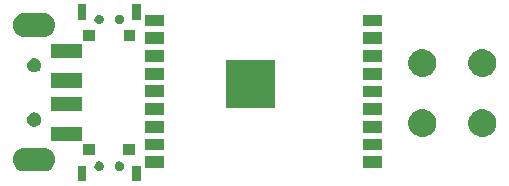
<source format=gbr>
G04 #@! TF.GenerationSoftware,KiCad,Pcbnew,(5.1.4)-1*
<<<<<<< HEAD
G04 #@! TF.CreationDate,2020-10-17T14:20:40+02:00*
=======
G04 #@! TF.CreationDate,2020-10-04T16:00:56+02:00*
>>>>>>> 4f5eff2da70f33c6a3496d7f09484d0b736aad29
G04 #@! TF.ProjectId,Long range deauther,4c6f6e67-2072-4616-9e67-652064656175,rev?*
G04 #@! TF.SameCoordinates,Original*
G04 #@! TF.FileFunction,Soldermask,Top*
G04 #@! TF.FilePolarity,Negative*
%FSLAX46Y46*%
G04 Gerber Fmt 4.6, Leading zero omitted, Abs format (unit mm)*
<<<<<<< HEAD
G04 Created by KiCad (PCBNEW (5.1.4)-1) date 2020-10-17 14:20:40*
=======
G04 Created by KiCad (PCBNEW (5.1.4)-1) date 2020-10-04 16:00:56*
>>>>>>> 4f5eff2da70f33c6a3496d7f09484d0b736aad29
%MOMM*%
%LPD*%
G04 APERTURE LIST*
%ADD10C,0.100000*%
G04 APERTURE END LIST*
D10*
G36*
<<<<<<< HEAD
X137601000Y-90461000D02*
G01*
X136899000Y-90461000D01*
X136899000Y-89159000D01*
X137601000Y-89159000D01*
X137601000Y-90461000D01*
X137601000Y-90461000D01*
G37*
G36*
X133001000Y-90461000D02*
G01*
X132299000Y-90461000D01*
X132299000Y-89159000D01*
X133001000Y-89159000D01*
X133001000Y-90461000D01*
X133001000Y-90461000D01*
=======
X137601000Y-90455800D02*
G01*
X136899000Y-90455800D01*
X136899000Y-89153800D01*
X137601000Y-89153800D01*
X137601000Y-90455800D01*
X137601000Y-90455800D01*
G37*
G36*
X133001000Y-90455800D02*
G01*
X132299000Y-90455800D01*
X132299000Y-89153800D01*
X133001000Y-89153800D01*
X133001000Y-90455800D01*
X133001000Y-90455800D01*
>>>>>>> 4f5eff2da70f33c6a3496d7f09484d0b736aad29
G37*
G36*
X129577468Y-87669883D02*
G01*
X129766162Y-87727123D01*
X129940055Y-87820071D01*
X130092479Y-87945161D01*
X130217569Y-88097585D01*
X130310517Y-88271478D01*
X130367757Y-88460172D01*
X130387083Y-88656400D01*
X130367757Y-88852628D01*
X130310517Y-89041322D01*
X130217569Y-89215215D01*
X130092479Y-89367639D01*
X129940055Y-89492729D01*
X129766162Y-89585677D01*
X129766159Y-89585678D01*
X129731036Y-89596332D01*
X129577468Y-89642917D01*
X129430415Y-89657400D01*
X127732065Y-89657400D01*
X127585012Y-89642917D01*
X127431444Y-89596332D01*
X127396321Y-89585678D01*
X127396318Y-89585677D01*
X127222425Y-89492729D01*
X127070001Y-89367639D01*
X126944911Y-89215215D01*
X126851963Y-89041322D01*
X126794723Y-88852628D01*
X126775397Y-88656400D01*
X126794723Y-88460172D01*
X126851963Y-88271478D01*
X126944911Y-88097585D01*
X127070001Y-87945161D01*
X127222425Y-87820071D01*
X127396318Y-87727123D01*
X127585012Y-87669883D01*
X127732065Y-87655400D01*
X129430415Y-87655400D01*
X129577468Y-87669883D01*
X129577468Y-87669883D01*
G37*
G36*
<<<<<<< HEAD
X135878231Y-88816705D02*
G01*
X135916967Y-88824410D01*
X135947195Y-88836931D01*
X135989944Y-88854638D01*
X136055622Y-88898523D01*
X136111477Y-88954378D01*
X136155362Y-89020056D01*
X136185590Y-89093034D01*
X136201000Y-89170504D01*
X136201000Y-89249496D01*
X136185590Y-89326966D01*
X136155362Y-89399944D01*
X136111477Y-89465622D01*
X136055622Y-89521477D01*
X135989944Y-89565362D01*
X135947195Y-89583069D01*
X135916967Y-89595590D01*
X135878231Y-89603295D01*
X135839496Y-89611000D01*
X135760504Y-89611000D01*
X135721769Y-89603295D01*
X135683033Y-89595590D01*
X135652805Y-89583069D01*
X135610056Y-89565362D01*
X135544378Y-89521477D01*
X135488523Y-89465622D01*
X135444638Y-89399944D01*
X135414410Y-89326966D01*
X135399000Y-89249496D01*
X135399000Y-89170504D01*
X135414410Y-89093034D01*
X135444638Y-89020056D01*
X135488523Y-88954378D01*
X135544378Y-88898523D01*
X135610056Y-88854638D01*
X135652805Y-88836931D01*
X135683033Y-88824410D01*
X135721769Y-88816705D01*
X135760504Y-88809000D01*
X135839496Y-88809000D01*
X135878231Y-88816705D01*
X135878231Y-88816705D01*
G37*
G36*
X134178231Y-88816705D02*
G01*
X134216967Y-88824410D01*
X134247195Y-88836931D01*
X134289944Y-88854638D01*
X134355622Y-88898523D01*
X134411477Y-88954378D01*
X134455362Y-89020056D01*
X134485590Y-89093034D01*
X134501000Y-89170504D01*
X134501000Y-89249496D01*
X134485590Y-89326966D01*
X134455362Y-89399944D01*
X134411477Y-89465622D01*
X134355622Y-89521477D01*
X134289944Y-89565362D01*
X134247195Y-89583069D01*
X134216967Y-89595590D01*
X134178231Y-89603295D01*
X134139496Y-89611000D01*
X134060504Y-89611000D01*
X134021769Y-89603295D01*
X133983033Y-89595590D01*
X133952805Y-89583069D01*
X133910056Y-89565362D01*
X133844378Y-89521477D01*
X133788523Y-89465622D01*
X133744638Y-89399944D01*
X133714410Y-89326966D01*
X133699000Y-89249496D01*
X133699000Y-89170504D01*
X133714410Y-89093034D01*
X133744638Y-89020056D01*
X133788523Y-88954378D01*
X133844378Y-88898523D01*
X133910056Y-88854638D01*
X133952805Y-88836931D01*
X133983033Y-88824410D01*
X134021769Y-88816705D01*
X134060504Y-88809000D01*
X134139496Y-88809000D01*
X134178231Y-88816705D01*
X134178231Y-88816705D01*
=======
X135878231Y-88811505D02*
G01*
X135916967Y-88819210D01*
X135947195Y-88831731D01*
X135989944Y-88849438D01*
X136055622Y-88893323D01*
X136111477Y-88949178D01*
X136155362Y-89014856D01*
X136185590Y-89087834D01*
X136201000Y-89165304D01*
X136201000Y-89244296D01*
X136185590Y-89321766D01*
X136155362Y-89394744D01*
X136111477Y-89460422D01*
X136055622Y-89516277D01*
X135989944Y-89560162D01*
X135947195Y-89577869D01*
X135916967Y-89590390D01*
X135878231Y-89598095D01*
X135839496Y-89605800D01*
X135760504Y-89605800D01*
X135721769Y-89598095D01*
X135683033Y-89590390D01*
X135652805Y-89577869D01*
X135610056Y-89560162D01*
X135544378Y-89516277D01*
X135488523Y-89460422D01*
X135444638Y-89394744D01*
X135414410Y-89321766D01*
X135399000Y-89244296D01*
X135399000Y-89165304D01*
X135414410Y-89087834D01*
X135444638Y-89014856D01*
X135488523Y-88949178D01*
X135544378Y-88893323D01*
X135610056Y-88849438D01*
X135652805Y-88831731D01*
X135683033Y-88819210D01*
X135721769Y-88811505D01*
X135760504Y-88803800D01*
X135839496Y-88803800D01*
X135878231Y-88811505D01*
X135878231Y-88811505D01*
G37*
G36*
X134178231Y-88811505D02*
G01*
X134216967Y-88819210D01*
X134247195Y-88831731D01*
X134289944Y-88849438D01*
X134355622Y-88893323D01*
X134411477Y-88949178D01*
X134455362Y-89014856D01*
X134485590Y-89087834D01*
X134501000Y-89165304D01*
X134501000Y-89244296D01*
X134485590Y-89321766D01*
X134455362Y-89394744D01*
X134411477Y-89460422D01*
X134355622Y-89516277D01*
X134289944Y-89560162D01*
X134247195Y-89577869D01*
X134216967Y-89590390D01*
X134178231Y-89598095D01*
X134139496Y-89605800D01*
X134060504Y-89605800D01*
X134021769Y-89598095D01*
X133983033Y-89590390D01*
X133952805Y-89577869D01*
X133910056Y-89560162D01*
X133844378Y-89516277D01*
X133788523Y-89460422D01*
X133744638Y-89394744D01*
X133714410Y-89321766D01*
X133699000Y-89244296D01*
X133699000Y-89165304D01*
X133714410Y-89087834D01*
X133744638Y-89014856D01*
X133788523Y-88949178D01*
X133844378Y-88893323D01*
X133910056Y-88849438D01*
X133952805Y-88831731D01*
X133983033Y-88819210D01*
X134021769Y-88811505D01*
X134060504Y-88803800D01*
X134139496Y-88803800D01*
X134178231Y-88811505D01*
X134178231Y-88811505D01*
>>>>>>> 4f5eff2da70f33c6a3496d7f09484d0b736aad29
G37*
G36*
X158051000Y-89381000D02*
G01*
X156449000Y-89381000D01*
X156449000Y-88379000D01*
X158051000Y-88379000D01*
X158051000Y-89381000D01*
X158051000Y-89381000D01*
G37*
G36*
X139591000Y-89371000D02*
G01*
X137989000Y-89371000D01*
X137989000Y-88369000D01*
X139591000Y-88369000D01*
X139591000Y-89371000D01*
X139591000Y-89371000D01*
G37*
G36*
<<<<<<< HEAD
X137151000Y-88281000D02*
G01*
X136149000Y-88281000D01*
X136149000Y-87379000D01*
X137151000Y-87379000D01*
X137151000Y-88281000D01*
X137151000Y-88281000D01*
G37*
G36*
X133741000Y-88271000D02*
G01*
X132739000Y-88271000D01*
X132739000Y-87369000D01*
X133741000Y-87369000D01*
X133741000Y-88271000D01*
X133741000Y-88271000D01*
=======
X137151000Y-88275800D02*
G01*
X136149000Y-88275800D01*
X136149000Y-87373800D01*
X137151000Y-87373800D01*
X137151000Y-88275800D01*
X137151000Y-88275800D01*
G37*
G36*
X133741000Y-88265800D02*
G01*
X132739000Y-88265800D01*
X132739000Y-87363800D01*
X133741000Y-87363800D01*
X133741000Y-88265800D01*
X133741000Y-88265800D01*
>>>>>>> 4f5eff2da70f33c6a3496d7f09484d0b736aad29
G37*
G36*
X158051000Y-87881000D02*
G01*
X156449000Y-87881000D01*
X156449000Y-86879000D01*
X158051000Y-86879000D01*
X158051000Y-87881000D01*
X158051000Y-87881000D01*
G37*
G36*
X139591000Y-87871000D02*
G01*
X137989000Y-87871000D01*
X137989000Y-86869000D01*
X139591000Y-86869000D01*
X139591000Y-87871000D01*
X139591000Y-87871000D01*
G37*
G36*
X132632240Y-87057400D02*
G01*
X130030240Y-87057400D01*
X130030240Y-85855400D01*
X132632240Y-85855400D01*
X132632240Y-87057400D01*
X132632240Y-87057400D01*
G37*
G36*
X166725560Y-84393064D02*
G01*
X166877027Y-84423193D01*
X167091045Y-84511842D01*
X167091046Y-84511843D01*
X167283654Y-84640539D01*
X167447461Y-84804346D01*
X167493524Y-84873285D01*
X167576158Y-84996955D01*
X167664807Y-85210973D01*
X167710000Y-85438174D01*
X167710000Y-85669826D01*
X167664807Y-85897027D01*
X167576158Y-86111045D01*
X167576157Y-86111046D01*
X167447461Y-86303654D01*
X167283654Y-86467461D01*
X167155249Y-86553258D01*
X167091045Y-86596158D01*
X166877027Y-86684807D01*
X166725560Y-86714936D01*
X166649827Y-86730000D01*
X166418173Y-86730000D01*
X166342440Y-86714936D01*
X166190973Y-86684807D01*
X165976955Y-86596158D01*
X165912751Y-86553258D01*
X165784346Y-86467461D01*
X165620539Y-86303654D01*
X165491843Y-86111046D01*
X165491842Y-86111045D01*
X165403193Y-85897027D01*
X165358000Y-85669826D01*
X165358000Y-85438174D01*
X165403193Y-85210973D01*
X165491842Y-84996955D01*
X165574476Y-84873285D01*
X165620539Y-84804346D01*
X165784346Y-84640539D01*
X165976954Y-84511843D01*
X165976955Y-84511842D01*
X166190973Y-84423193D01*
X166342440Y-84393064D01*
X166418173Y-84378000D01*
X166649827Y-84378000D01*
X166725560Y-84393064D01*
X166725560Y-84393064D01*
G37*
G36*
X161645560Y-84393064D02*
G01*
X161797027Y-84423193D01*
X162011045Y-84511842D01*
X162011046Y-84511843D01*
X162203654Y-84640539D01*
X162367461Y-84804346D01*
X162413524Y-84873285D01*
X162496158Y-84996955D01*
X162584807Y-85210973D01*
X162630000Y-85438174D01*
X162630000Y-85669826D01*
X162584807Y-85897027D01*
X162496158Y-86111045D01*
X162496157Y-86111046D01*
X162367461Y-86303654D01*
X162203654Y-86467461D01*
X162075249Y-86553258D01*
X162011045Y-86596158D01*
X161797027Y-86684807D01*
X161645560Y-86714936D01*
X161569827Y-86730000D01*
X161338173Y-86730000D01*
X161262440Y-86714936D01*
X161110973Y-86684807D01*
X160896955Y-86596158D01*
X160832751Y-86553258D01*
X160704346Y-86467461D01*
X160540539Y-86303654D01*
X160411843Y-86111046D01*
X160411842Y-86111045D01*
X160323193Y-85897027D01*
X160278000Y-85669826D01*
X160278000Y-85438174D01*
X160323193Y-85210973D01*
X160411842Y-84996955D01*
X160494476Y-84873285D01*
X160540539Y-84804346D01*
X160704346Y-84640539D01*
X160896954Y-84511843D01*
X160896955Y-84511842D01*
X161110973Y-84423193D01*
X161262440Y-84393064D01*
X161338173Y-84378000D01*
X161569827Y-84378000D01*
X161645560Y-84393064D01*
X161645560Y-84393064D01*
G37*
G36*
X158051000Y-86381000D02*
G01*
X156449000Y-86381000D01*
X156449000Y-85379000D01*
X158051000Y-85379000D01*
X158051000Y-86381000D01*
X158051000Y-86381000D01*
G37*
G36*
X139591000Y-86371000D02*
G01*
X137989000Y-86371000D01*
X137989000Y-85369000D01*
X139591000Y-85369000D01*
X139591000Y-86371000D01*
X139591000Y-86371000D01*
G37*
G36*
X128717841Y-84670797D02*
G01*
X128756545Y-84678496D01*
X128788580Y-84691765D01*
X128865920Y-84723800D01*
X128964355Y-84789573D01*
X129048067Y-84873285D01*
X129113840Y-84971720D01*
X129159144Y-85081096D01*
X129182240Y-85197205D01*
X129182240Y-85315595D01*
X129159144Y-85431704D01*
X129113840Y-85541080D01*
X129048067Y-85639515D01*
X128964355Y-85723227D01*
X128865920Y-85789000D01*
X128788580Y-85821035D01*
X128756545Y-85834304D01*
X128717841Y-85842003D01*
X128640435Y-85857400D01*
X128522045Y-85857400D01*
X128444639Y-85842003D01*
X128405935Y-85834304D01*
X128373900Y-85821035D01*
X128296560Y-85789000D01*
X128198125Y-85723227D01*
X128114413Y-85639515D01*
X128048640Y-85541080D01*
X128003336Y-85431704D01*
X127980240Y-85315595D01*
X127980240Y-85197205D01*
X128003336Y-85081096D01*
X128048640Y-84971720D01*
X128114413Y-84873285D01*
X128198125Y-84789573D01*
X128296560Y-84723800D01*
X128373900Y-84691765D01*
X128405935Y-84678496D01*
X128444639Y-84670797D01*
X128522045Y-84655400D01*
X128640435Y-84655400D01*
X128717841Y-84670797D01*
X128717841Y-84670797D01*
G37*
G36*
X158051000Y-84881000D02*
G01*
X156449000Y-84881000D01*
X156449000Y-83879000D01*
X158051000Y-83879000D01*
X158051000Y-84881000D01*
X158051000Y-84881000D01*
G37*
G36*
X139591000Y-84871000D02*
G01*
X137989000Y-84871000D01*
X137989000Y-83869000D01*
X139591000Y-83869000D01*
X139591000Y-84871000D01*
X139591000Y-84871000D01*
G37*
G36*
X132632240Y-84557400D02*
G01*
X130030240Y-84557400D01*
X130030240Y-83355400D01*
X132632240Y-83355400D01*
X132632240Y-84557400D01*
X132632240Y-84557400D01*
G37*
G36*
X148951000Y-84291000D02*
G01*
X144849000Y-84291000D01*
X144849000Y-80189000D01*
X148951000Y-80189000D01*
X148951000Y-84291000D01*
X148951000Y-84291000D01*
G37*
G36*
X158051000Y-83381000D02*
G01*
X156449000Y-83381000D01*
X156449000Y-82379000D01*
X158051000Y-82379000D01*
X158051000Y-83381000D01*
X158051000Y-83381000D01*
G37*
G36*
X139591000Y-83371000D02*
G01*
X137989000Y-83371000D01*
X137989000Y-82369000D01*
X139591000Y-82369000D01*
X139591000Y-83371000D01*
X139591000Y-83371000D01*
G37*
G36*
X132632240Y-82557400D02*
G01*
X130030240Y-82557400D01*
X130030240Y-81355400D01*
X132632240Y-81355400D01*
X132632240Y-82557400D01*
X132632240Y-82557400D01*
G37*
G36*
X158051000Y-81881000D02*
G01*
X156449000Y-81881000D01*
X156449000Y-80879000D01*
X158051000Y-80879000D01*
X158051000Y-81881000D01*
X158051000Y-81881000D01*
G37*
G36*
X139591000Y-81871000D02*
G01*
X137989000Y-81871000D01*
X137989000Y-80869000D01*
X139591000Y-80869000D01*
X139591000Y-81871000D01*
X139591000Y-81871000D01*
G37*
G36*
X166725560Y-79313064D02*
G01*
X166877027Y-79343193D01*
X167091045Y-79431842D01*
X167091046Y-79431843D01*
X167283654Y-79560539D01*
X167447461Y-79724346D01*
X167533258Y-79852751D01*
X167576158Y-79916955D01*
X167664807Y-80130973D01*
X167710000Y-80358174D01*
X167710000Y-80589826D01*
X167664807Y-80817027D01*
X167576158Y-81031045D01*
X167533258Y-81095249D01*
X167447461Y-81223654D01*
X167283654Y-81387461D01*
X167155249Y-81473258D01*
X167091045Y-81516158D01*
X166877027Y-81604807D01*
X166725560Y-81634936D01*
X166649827Y-81650000D01*
X166418173Y-81650000D01*
X166342440Y-81634936D01*
X166190973Y-81604807D01*
X165976955Y-81516158D01*
X165912751Y-81473258D01*
X165784346Y-81387461D01*
X165620539Y-81223654D01*
X165534742Y-81095249D01*
X165491842Y-81031045D01*
X165403193Y-80817027D01*
X165358000Y-80589826D01*
X165358000Y-80358174D01*
X165403193Y-80130973D01*
X165491842Y-79916955D01*
X165534742Y-79852751D01*
X165620539Y-79724346D01*
X165784346Y-79560539D01*
X165976954Y-79431843D01*
X165976955Y-79431842D01*
X166190973Y-79343193D01*
X166342440Y-79313064D01*
X166418173Y-79298000D01*
X166649827Y-79298000D01*
X166725560Y-79313064D01*
X166725560Y-79313064D01*
G37*
G36*
X161645560Y-79313064D02*
G01*
X161797027Y-79343193D01*
X162011045Y-79431842D01*
X162011046Y-79431843D01*
X162203654Y-79560539D01*
X162367461Y-79724346D01*
X162453258Y-79852751D01*
X162496158Y-79916955D01*
X162584807Y-80130973D01*
X162630000Y-80358174D01*
X162630000Y-80589826D01*
X162584807Y-80817027D01*
X162496158Y-81031045D01*
X162453258Y-81095249D01*
X162367461Y-81223654D01*
X162203654Y-81387461D01*
X162075249Y-81473258D01*
X162011045Y-81516158D01*
X161797027Y-81604807D01*
X161645560Y-81634936D01*
X161569827Y-81650000D01*
X161338173Y-81650000D01*
X161262440Y-81634936D01*
X161110973Y-81604807D01*
X160896955Y-81516158D01*
X160832751Y-81473258D01*
X160704346Y-81387461D01*
X160540539Y-81223654D01*
X160454742Y-81095249D01*
X160411842Y-81031045D01*
X160323193Y-80817027D01*
X160278000Y-80589826D01*
X160278000Y-80358174D01*
X160323193Y-80130973D01*
X160411842Y-79916955D01*
X160454742Y-79852751D01*
X160540539Y-79724346D01*
X160704346Y-79560539D01*
X160896954Y-79431843D01*
X160896955Y-79431842D01*
X161110973Y-79343193D01*
X161262440Y-79313064D01*
X161338173Y-79298000D01*
X161569827Y-79298000D01*
X161645560Y-79313064D01*
X161645560Y-79313064D01*
G37*
G36*
X128717841Y-80070797D02*
G01*
X128756545Y-80078496D01*
X128788580Y-80091765D01*
X128865920Y-80123800D01*
X128964355Y-80189573D01*
X129048067Y-80273285D01*
X129113840Y-80371720D01*
X129145875Y-80449060D01*
X129159144Y-80481095D01*
X129182240Y-80597207D01*
X129182240Y-80715593D01*
X129162064Y-80817027D01*
X129159144Y-80831704D01*
X129113840Y-80941080D01*
X129048067Y-81039515D01*
X128964355Y-81123227D01*
X128865920Y-81189000D01*
X128788580Y-81221035D01*
X128756545Y-81234304D01*
X128717841Y-81242003D01*
X128640435Y-81257400D01*
X128522045Y-81257400D01*
X128444639Y-81242003D01*
X128405935Y-81234304D01*
X128373900Y-81221035D01*
X128296560Y-81189000D01*
X128198125Y-81123227D01*
X128114413Y-81039515D01*
X128048640Y-80941080D01*
X128003336Y-80831704D01*
X128000417Y-80817027D01*
X127980240Y-80715593D01*
X127980240Y-80597207D01*
X128003336Y-80481095D01*
X128016605Y-80449060D01*
X128048640Y-80371720D01*
X128114413Y-80273285D01*
X128198125Y-80189573D01*
X128296560Y-80123800D01*
X128373900Y-80091765D01*
X128405935Y-80078496D01*
X128444639Y-80070797D01*
X128522045Y-80055400D01*
X128640435Y-80055400D01*
X128717841Y-80070797D01*
X128717841Y-80070797D01*
G37*
G36*
X158051000Y-80381000D02*
G01*
X156449000Y-80381000D01*
X156449000Y-79379000D01*
X158051000Y-79379000D01*
X158051000Y-80381000D01*
X158051000Y-80381000D01*
G37*
G36*
X139591000Y-80371000D02*
G01*
X137989000Y-80371000D01*
X137989000Y-79369000D01*
X139591000Y-79369000D01*
X139591000Y-80371000D01*
X139591000Y-80371000D01*
G37*
G36*
X132632240Y-80057400D02*
G01*
X130030240Y-80057400D01*
X130030240Y-78855400D01*
X132632240Y-78855400D01*
X132632240Y-80057400D01*
X132632240Y-80057400D01*
G37*
G36*
X158051000Y-78881000D02*
G01*
X156449000Y-78881000D01*
X156449000Y-77879000D01*
X158051000Y-77879000D01*
X158051000Y-78881000D01*
X158051000Y-78881000D01*
G37*
G36*
X139591000Y-78871000D02*
G01*
X137989000Y-78871000D01*
X137989000Y-77869000D01*
X139591000Y-77869000D01*
X139591000Y-78871000D01*
X139591000Y-78871000D01*
G37*
G36*
X137161000Y-78611000D02*
G01*
X136159000Y-78611000D01*
X136159000Y-77709000D01*
X137161000Y-77709000D01*
X137161000Y-78611000D01*
X137161000Y-78611000D01*
G37*
G36*
X133751000Y-78601000D02*
G01*
X132749000Y-78601000D01*
X132749000Y-77699000D01*
X133751000Y-77699000D01*
X133751000Y-78601000D01*
X133751000Y-78601000D01*
G37*
G36*
X129577468Y-76269883D02*
G01*
X129766162Y-76327123D01*
X129940055Y-76420071D01*
X130092479Y-76545161D01*
X130217569Y-76697585D01*
X130310517Y-76871478D01*
X130367757Y-77060172D01*
X130387083Y-77256400D01*
X130367757Y-77452628D01*
X130310517Y-77641322D01*
X130217569Y-77815215D01*
X130092479Y-77967639D01*
X129940055Y-78092729D01*
X129766162Y-78185677D01*
X129577468Y-78242917D01*
X129430415Y-78257400D01*
X127732065Y-78257400D01*
X127585012Y-78242917D01*
X127396318Y-78185677D01*
X127222425Y-78092729D01*
X127070001Y-77967639D01*
X126944911Y-77815215D01*
X126851963Y-77641322D01*
X126794723Y-77452628D01*
X126775397Y-77256400D01*
X126794723Y-77060172D01*
X126851963Y-76871478D01*
X126944911Y-76697585D01*
X127070001Y-76545161D01*
X127222425Y-76420071D01*
X127396318Y-76327123D01*
X127585012Y-76269883D01*
X127732065Y-76255400D01*
X129430415Y-76255400D01*
X129577468Y-76269883D01*
X129577468Y-76269883D01*
G37*
G36*
X158051000Y-77381000D02*
G01*
X156449000Y-77381000D01*
X156449000Y-76379000D01*
X158051000Y-76379000D01*
X158051000Y-77381000D01*
X158051000Y-77381000D01*
G37*
G36*
X139591000Y-77371000D02*
G01*
X137989000Y-77371000D01*
X137989000Y-76369000D01*
X139591000Y-76369000D01*
X139591000Y-77371000D01*
X139591000Y-77371000D01*
G37*
G36*
X134178231Y-76376705D02*
G01*
X134216967Y-76384410D01*
X134247195Y-76396931D01*
X134289944Y-76414638D01*
X134355622Y-76458523D01*
X134411477Y-76514378D01*
X134455362Y-76580056D01*
X134485590Y-76653034D01*
X134501000Y-76730504D01*
X134501000Y-76809496D01*
X134485590Y-76886966D01*
X134455362Y-76959944D01*
X134411477Y-77025622D01*
X134355622Y-77081477D01*
X134289944Y-77125362D01*
X134247195Y-77143069D01*
X134216967Y-77155590D01*
X134178231Y-77163295D01*
X134139496Y-77171000D01*
X134060504Y-77171000D01*
X134021769Y-77163295D01*
X133983033Y-77155590D01*
X133952805Y-77143069D01*
X133910056Y-77125362D01*
X133844378Y-77081477D01*
X133788523Y-77025622D01*
X133744638Y-76959944D01*
X133714410Y-76886966D01*
X133699000Y-76809496D01*
X133699000Y-76730504D01*
X133714410Y-76653034D01*
X133744638Y-76580056D01*
X133788523Y-76514378D01*
X133844378Y-76458523D01*
X133910056Y-76414638D01*
X133952805Y-76396931D01*
X133983033Y-76384410D01*
X134021769Y-76376705D01*
X134060504Y-76369000D01*
X134139496Y-76369000D01*
X134178231Y-76376705D01*
X134178231Y-76376705D01*
G37*
G36*
X135878231Y-76376705D02*
G01*
X135916967Y-76384410D01*
X135947195Y-76396931D01*
X135989944Y-76414638D01*
X136055622Y-76458523D01*
X136111477Y-76514378D01*
X136155362Y-76580056D01*
X136185590Y-76653034D01*
X136201000Y-76730504D01*
X136201000Y-76809496D01*
X136185590Y-76886966D01*
X136155362Y-76959944D01*
X136111477Y-77025622D01*
X136055622Y-77081477D01*
X135989944Y-77125362D01*
X135947195Y-77143069D01*
X135916967Y-77155590D01*
X135878231Y-77163295D01*
X135839496Y-77171000D01*
X135760504Y-77171000D01*
X135721769Y-77163295D01*
X135683033Y-77155590D01*
X135652805Y-77143069D01*
X135610056Y-77125362D01*
X135544378Y-77081477D01*
X135488523Y-77025622D01*
X135444638Y-76959944D01*
X135414410Y-76886966D01*
X135399000Y-76809496D01*
X135399000Y-76730504D01*
X135414410Y-76653034D01*
X135444638Y-76580056D01*
X135488523Y-76514378D01*
X135544378Y-76458523D01*
X135610056Y-76414638D01*
X135652805Y-76396931D01*
X135683033Y-76384410D01*
X135721769Y-76376705D01*
X135760504Y-76369000D01*
X135839496Y-76369000D01*
X135878231Y-76376705D01*
X135878231Y-76376705D01*
G37*
G36*
X133001000Y-76821000D02*
G01*
X132299000Y-76821000D01*
X132299000Y-75519000D01*
X133001000Y-75519000D01*
X133001000Y-76821000D01*
X133001000Y-76821000D01*
G37*
G36*
X137601000Y-76821000D02*
G01*
X136899000Y-76821000D01*
X136899000Y-75519000D01*
X137601000Y-75519000D01*
X137601000Y-76821000D01*
X137601000Y-76821000D01*
G37*
M02*

</source>
